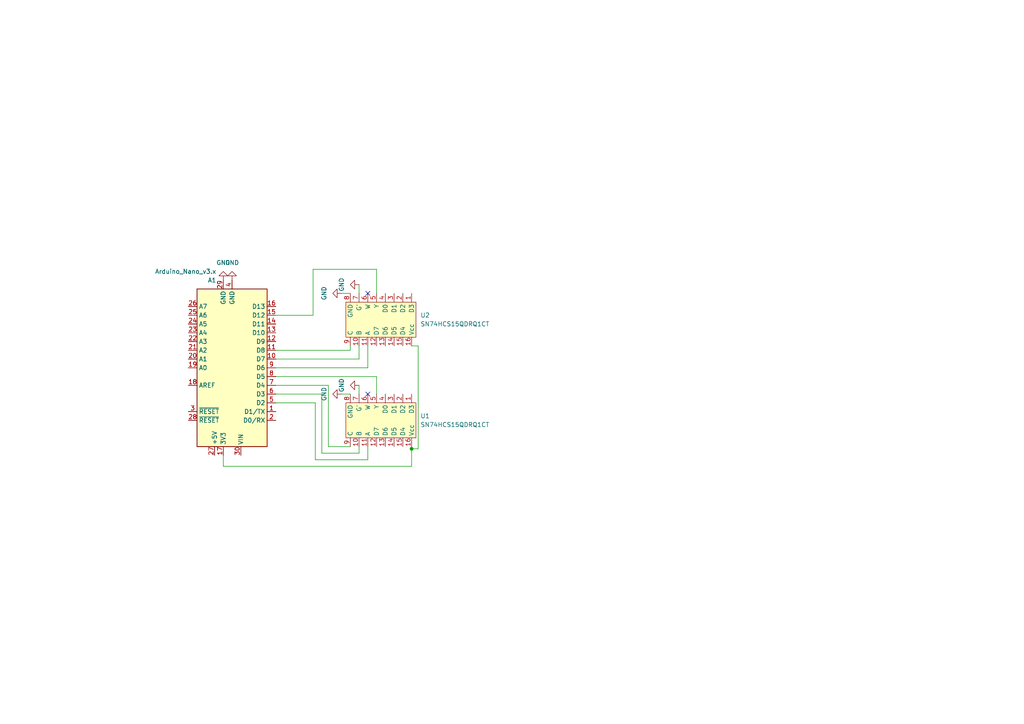
<source format=kicad_sch>
(kicad_sch (version 20211123) (generator eeschema)
  (paper "A4")
  (lib_symbols
    (symbol "MCU_Module:Arduino_Nano_v3.x"
      (property "Reference" "A" (at -10.16 23.495 0))
      (property "Value" "Arduino_Nano_v3.x" (at 5.08 -24.13 0))
      (symbol "Arduino_Nano_v3.x_0_1"
        (rectangle (start -10.16 22.86) (end 10.16 -22.86) (stroke (width 0.254)) (fill (type background)))
      )
      (symbol "Arduino_Nano_v3.x_1_1"
        (pin bidirectional line (at -12.7 12.7 0) (length 2.54) (name "D1/TX") (number "1"))
        (pin bidirectional line (at -12.7 -2.54 0) (length 2.54) (name "D7") (number "10"))
        (pin bidirectional line (at -12.7 -5.08 0) (length 2.54) (name "D8") (number "11"))
        (pin bidirectional line (at -12.7 -7.62 0) (length 2.54) (name "D9") (number "12"))
        (pin bidirectional line (at -12.7 -10.16 0) (length 2.54) (name "D10") (number "13"))
        (pin bidirectional line (at -12.7 -12.7 0) (length 2.54) (name "D11") (number "14"))
        (pin bidirectional line (at -12.7 -15.24 0) (length 2.54) (name "D12") (number "15"))
        (pin bidirectional line (at -12.7 -17.78 0) (length 2.54) (name "D13") (number "16"))
        (pin power_out line (at 2.54 25.4 270) (length 2.54) (name "3V3") (number "17"))
        (pin input line (at 12.7 5.08 180) (length 2.54) (name "AREF") (number "18"))
        (pin bidirectional line (at 12.7 0 180) (length 2.54) (name "A0") (number "19"))
        (pin bidirectional line (at -12.7 15.24 0) (length 2.54) (name "D0/RX") (number "2"))
        (pin bidirectional line (at 12.7 -2.54 180) (length 2.54) (name "A1") (number "20"))
        (pin bidirectional line (at 12.7 -5.08 180) (length 2.54) (name "A2") (number "21"))
        (pin bidirectional line (at 12.7 -7.62 180) (length 2.54) (name "A3") (number "22"))
        (pin bidirectional line (at 12.7 -10.16 180) (length 2.54) (name "A4") (number "23"))
        (pin bidirectional line (at 12.7 -12.7 180) (length 2.54) (name "A5") (number "24"))
        (pin bidirectional line (at 12.7 -15.24 180) (length 2.54) (name "A6") (number "25"))
        (pin bidirectional line (at 12.7 -17.78 180) (length 2.54) (name "A7") (number "26"))
        (pin power_out line (at 5.08 25.4 270) (length 2.54) (name "+5V") (number "27"))
        (pin input line (at 12.7 15.24 180) (length 2.54) (name "~{RESET}") (number "28"))
        (pin power_in line (at 2.54 -25.4 90) (length 2.54) (name "GND") (number "29"))
        (pin input line (at 12.7 12.7 180) (length 2.54) (name "~{RESET}") (number "3"))
        (pin power_in line (at -2.54 25.4 270) (length 2.54) (name "VIN") (number "30"))
        (pin power_in line (at 0 -25.4 90) (length 2.54) (name "GND") (number "4"))
        (pin bidirectional line (at -12.7 10.16 0) (length 2.54) (name "D2") (number "5"))
        (pin bidirectional line (at -12.7 7.62 0) (length 2.54) (name "D3") (number "6"))
        (pin bidirectional line (at -12.7 5.08 0) (length 2.54) (name "D4") (number "7"))
        (pin bidirectional line (at -12.7 2.54 0) (length 2.54) (name "D5") (number "8"))
        (pin bidirectional line (at -12.7 0 0) (length 2.54) (name "D6") (number "9"))
      )
    )
    (symbol "power:GND" (power) (pin_names (offset 0))
      (property "Value" "GND" (at 0 -3.81 0))
      (symbol "GND_0_1"
        (polyline (pts (xy 0 0) (xy 0 -1.27) (xy 1.27 -1.27) (xy 0 -2.54) (xy -1.27 -1.27) (xy 0 -1.27)))
      )
      (symbol "GND_1_1"
        (pin power_in line (at 0 0 270) (length 0) hide (name "GND") (number "1"))
      )
    )
    (symbol "single_layer_prototype:SN74HCS15QDRQ1CT"
      (property "Reference" "U" (at 0 0 0))
      (property "Value" "SN74HCS15QDRQ1CT" (at 0 2.54 0))
      (symbol "SN74HCS15QDRQ1CT_0_1"
        (rectangle (start -5.08 -1.27) (end 5.08 -21.59) (fill (type background)))
      )
      (symbol "SN74HCS15QDRQ1CT_1_1"
        (pin input line (at -7.62 -2.54 0) (length 2.54) (name "D3") (number "1"))
        (pin input line (at 7.62 -17.78 180) (length 2.54) (name "B") (number "10"))
        (pin input line (at 7.62 -15.24 180) (length 2.54) (name "A") (number "11"))
        (pin input line (at 7.62 -12.7 180) (length 2.54) (name "D7") (number "12"))
        (pin input line (at 7.62 -10.16 180) (length 2.54) (name "D6") (number "13"))
        (pin input line (at 7.62 -7.62 180) (length 2.54) (name "D5") (number "14"))
        (pin input line (at 7.62 -5.08 180) (length 2.54) (name "D4") (number "15"))
        (pin input line (at 7.62 -2.54 180) (length 2.54) (name "Vcc") (number "16"))
        (pin input line (at -7.62 -5.08 0) (length 2.54) (name "D2") (number "2"))
        (pin input line (at -7.62 -7.62 0) (length 2.54) (name "D1") (number "3"))
        (pin input line (at -7.62 -10.16 0) (length 2.54) (name "D0") (number "4"))
        (pin input line (at -7.62 -12.7 0) (length 2.54) (name "Y") (number "5"))
        (pin input line (at -7.62 -15.24 0) (length 2.54) (name "W") (number "6"))
        (pin input line (at -7.62 -17.78 0) (length 2.54) (name "G'") (number "7"))
        (pin input line (at -7.62 -20.32 0) (length 2.54) (name "GND") (number "8"))
        (pin input line (at 7.62 -20.32 180) (length 2.54) (name "C") (number "9"))
      )
    )
  )
  (junction (at 119.38 130.175))
  (no_connect (at 106.68 114.3))
  (no_connect (at 106.68 85.09))
  (wire (pts (xy 104.14 104.14) (xy 104.14 100.33)))
  (wire (pts (xy 121.285 100.33) (xy 121.285 130.175)))
  (wire (pts (xy 95.25 129.54) (xy 101.6 129.54)))
  (wire (pts (xy 64.77 132.08) (xy 64.77 135.255)))
  (wire (pts (xy 80.01 101.6) (xy 101.6 101.6)))
  (wire (pts (xy 93.345 114.3) (xy 93.345 131.445)))
  (wire (pts (xy 106.68 133.35) (xy 106.68 129.54)))
  (wire (pts (xy 101.6 101.6) (xy 101.6 100.33)))
  (wire (pts (xy 109.22 109.22) (xy 109.22 114.3)))
  (wire (pts (xy 95.25 111.76) (xy 80.01 111.76)))
  (wire (pts (xy 109.22 78.105) (xy 90.805 78.105)))
  (wire (pts (xy 80.01 109.22) (xy 109.22 109.22)))
  (wire (pts (xy 93.345 114.3) (xy 80.01 114.3)))
  (wire (pts (xy 121.285 130.175) (xy 119.38 130.175)))
  (wire (pts (xy 119.38 100.33) (xy 121.285 100.33)))
  (wire (pts (xy 64.77 135.255) (xy 119.38 135.255)))
  (wire (pts (xy 104.14 114.3) (xy 104.14 111.76)))
  (wire (pts (xy 119.38 130.175) (xy 119.38 135.255)))
  (wire (pts (xy 91.44 116.84) (xy 80.01 116.84)))
  (wire (pts (xy 104.14 131.445) (xy 104.14 129.54)))
  (wire (pts (xy 91.44 116.84) (xy 91.44 133.35)))
  (wire (pts (xy 101.6 85.09) (xy 99.06 85.09)))
  (wire (pts (xy 80.01 106.68) (xy 106.68 106.68)))
  (wire (pts (xy 119.38 129.54) (xy 119.38 130.175)))
  (wire (pts (xy 109.22 85.09) (xy 109.22 78.105)))
  (wire (pts (xy 101.6 114.3) (xy 99.06 114.3)))
  (wire (pts (xy 80.01 91.44) (xy 90.805 91.44)))
  (wire (pts (xy 80.01 104.14) (xy 104.14 104.14)))
  (wire (pts (xy 106.68 106.68) (xy 106.68 100.33)))
  (wire (pts (xy 93.345 131.445) (xy 104.14 131.445)))
  (wire (pts (xy 95.25 111.76) (xy 95.25 129.54)))
  (wire (pts (xy 104.14 85.09) (xy 104.14 82.55)))
  (wire (pts (xy 90.805 91.44) (xy 90.805 78.105)))
  (wire (pts (xy 91.44 133.35) (xy 106.68 133.35)))
  (symbol (lib_id "power:GND") (at 104.14 82.55 270) (unit 1)
    (property "Reference" "#PWR05" (effects hide))
    (property "Value" "GND" (at 99.06 82.55 0))
  )
  (symbol (lib_id "power:GND") (at 67.31 81.28 180) (unit 1)
    (property "Reference" "#PWR02" (effects hide))
    (property "Value" "GND" (at 67.31 76.2 0))
  )
  (symbol (lib_id "power:GND") (at 99.06 85.09 270) (unit 1)
    (property "Reference" "#PWR03" (effects hide))
    (property "Value" "GND" (at 93.98 85.09 0))
  )
  (symbol (lib_id "single_layer_prototype:SN74HCS15QDRQ1CT") (at 121.92 121.92 270) (unit 1)
    (property "Reference" "U1" (at 121.92 120.6499 90) (effects (justify left)))
    (property "Value" "SN74HCS15QDRQ1CT" (at 121.92 123.1899 90) (effects (justify left)))
    (property "Footprint" "Package_SO:SOIC-16_3.9x9.9mm_P1.27mm" (effects hide))
  )
  (symbol (lib_id "MCU_Module:Arduino_Nano_v3.x") (at 67.31 106.68 180) (unit 1)
    (property "Reference" "A1" (at 62.7506 81.28 0) (effects (justify left)))
    (property "Value" "Arduino_Nano_v3.x" (at 62.7506 78.74 0) (effects (justify left)))
    (property "Footprint" "Module:Arduino_Nano" (effects hide))
    (property "Datasheet" "http://www.mouser.com/pdfdocs/Gravitech_Arduino_Nano3_0.pdf" (effects hide))
  )
  (symbol (lib_id "power:GND") (at 104.14 111.76 270) (unit 1)
    (property "Reference" "#PWR06" (effects hide))
    (property "Value" "GND" (at 99.06 111.76 0))
  )
  (symbol (lib_id "power:GND") (at 64.77 81.28 180) (unit 1)
    (property "Reference" "#PWR01" (effects hide))
    (property "Value" "GND" (at 64.77 76.2 0))
  )
  (symbol (lib_id "single_layer_prototype:SN74HCS15QDRQ1CT") (at 121.92 92.71 270) (unit 1)
    (property "Reference" "U2" (at 121.92 91.4399 90) (effects (justify left)))
    (property "Value" "SN74HCS15QDRQ1CT" (at 121.92 93.9799 90) (effects (justify left)))
    (property "Footprint" "Package_SO:SOIC-16_3.9x9.9mm_P1.27mm" (effects hide))
  )
  (symbol (lib_id "power:GND") (at 99.06 114.3 270) (unit 1)
    (property "Reference" "#PWR04" (effects hide))
    (property "Value" "GND" (at 93.98 114.3 0))
  )
)
</source>
